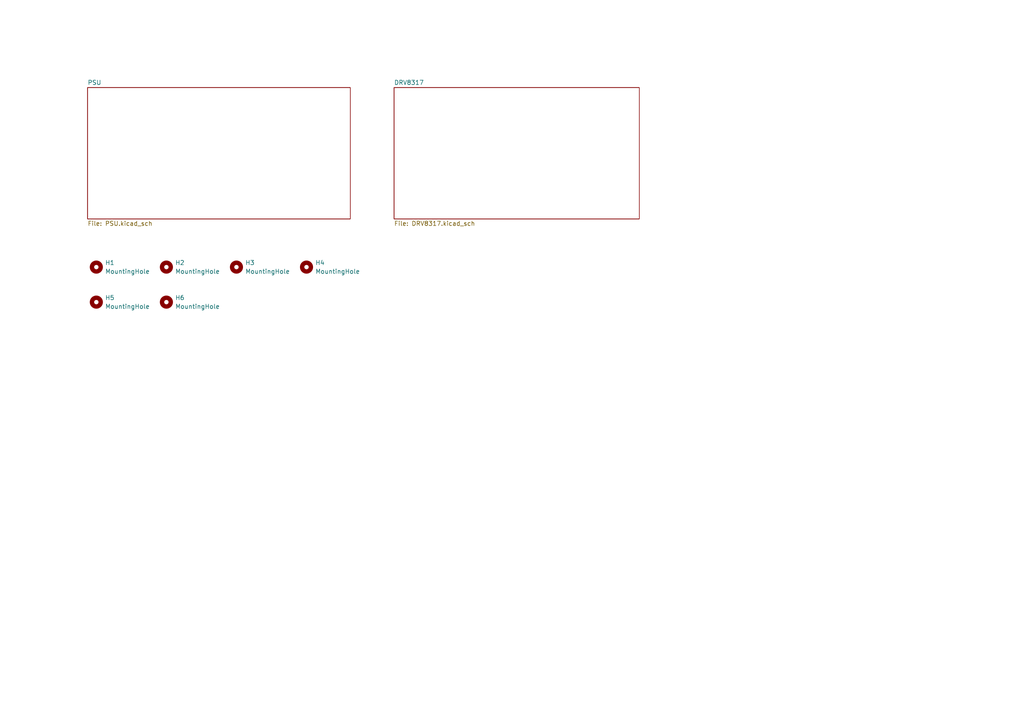
<source format=kicad_sch>
(kicad_sch (version 20250114) (generator "eeschema") (generator_version "9.0")
  (paper "A4")
  (lib_symbols
    (symbol "Mechanical:MountingHole" (pin_names (offset 1.016)) (exclude_from_sim yes) (in_bom no)
      (property "Reference" "H" (at 0 5.08 0))
      (property "Value" "MountingHole" (at 0 3.175 0))
      (symbol "MountingHole_0_1"
        (circle (center 0 0) (radius 1.27) (stroke (width 1.27)))
      )
    )
  )
  (symbol (lib_id "Mechanical:MountingHole") (at 27.94 87.63 0) (unit 1) (exclude_from_sim yes) (in_bom no)
    (property "Reference" "H5" (at 30.48 86.3599 0) (effects (justify left)))
    (property "Value" "MountingHole" (at 30.48 88.8999 0) (effects (justify left)))
    (property "Footprint" "MountingHole:MountingHole_2.5mm" (effects (hide yes)))
    (property "Description" "Mounting Hole without connection" (effects (hide yes)))
  )
  (symbol (lib_id "Mechanical:MountingHole") (at 88.9 77.47 0) (unit 1) (exclude_from_sim yes) (in_bom no)
    (property "Reference" "H4" (at 91.44 76.1999 0) (effects (justify left)))
    (property "Value" "MountingHole" (at 91.44 78.7399 0) (effects (justify left)))
    (property "Footprint" "MountingHole:MountingHole_2.5mm" (effects (hide yes)))
    (property "Description" "Mounting Hole without connection" (effects (hide yes)))
  )
  (symbol (lib_id "Mechanical:MountingHole") (at 48.26 77.47 0) (unit 1) (exclude_from_sim yes) (in_bom no)
    (property "Reference" "H2" (at 50.8 76.1999 0) (effects (justify left)))
    (property "Value" "MountingHole" (at 50.8 78.7399 0) (effects (justify left)))
    (property "Footprint" "MountingHole:MountingHole_2.5mm" (effects (hide yes)))
    (property "Description" "Mounting Hole without connection" (effects (hide yes)))
  )
  (symbol (lib_id "Mechanical:MountingHole") (at 27.94 77.47 0) (unit 1) (exclude_from_sim yes) (in_bom no)
    (property "Reference" "H1" (at 30.48 76.1999 0) (effects (justify left)))
    (property "Value" "MountingHole" (at 30.48 78.7399 0) (effects (justify left)))
    (property "Footprint" "MountingHole:MountingHole_2.5mm" (effects (hide yes)))
    (property "Description" "Mounting Hole without connection" (effects (hide yes)))
  )
  (symbol (lib_id "Mechanical:MountingHole") (at 48.26 87.63 0) (unit 1) (exclude_from_sim yes) (in_bom no)
    (property "Reference" "H6" (at 50.8 86.3599 0) (effects (justify left)))
    (property "Value" "MountingHole" (at 50.8 88.8999 0) (effects (justify left)))
    (property "Footprint" "MountingHole:MountingHole_2.5mm" (effects (hide yes)))
    (property "Description" "Mounting Hole without connection" (effects (hide yes)))
  )
  (symbol (lib_id "Mechanical:MountingHole") (at 68.58 77.47 0) (unit 1) (exclude_from_sim yes) (in_bom no)
    (property "Reference" "H3" (at 71.12 76.1999 0) (effects (justify left)))
    (property "Value" "MountingHole" (at 71.12 78.7399 0) (effects (justify left)))
    (property "Footprint" "MountingHole:MountingHole_2.5mm" (effects (hide yes)))
    (property "Description" "Mounting Hole without connection" (effects (hide yes)))
  )
  (sheet (at 114.3 25.4) (size 71.12 38.1) (stroke (width 0.1524))
    (property "Sheetname" "DRV8317" (at 114.3 24.6884 0) (effects (justify left bottom)))
    (property "Sheetfile" "DRV8317.kicad_sch" (at 114.3 64.0846 0) (effects (justify left top)))
  )
  (sheet (at 25.4 25.4) (size 76.2 38.1) (stroke (width 0.1524))
    (property "Sheetname" "PSU" (at 25.4 24.6884 0) (effects (justify left bottom)))
    (property "Sheetfile" "PSU.kicad_sch" (at 25.4 64.0846 0) (effects (justify left top)))
  )
)
</source>
